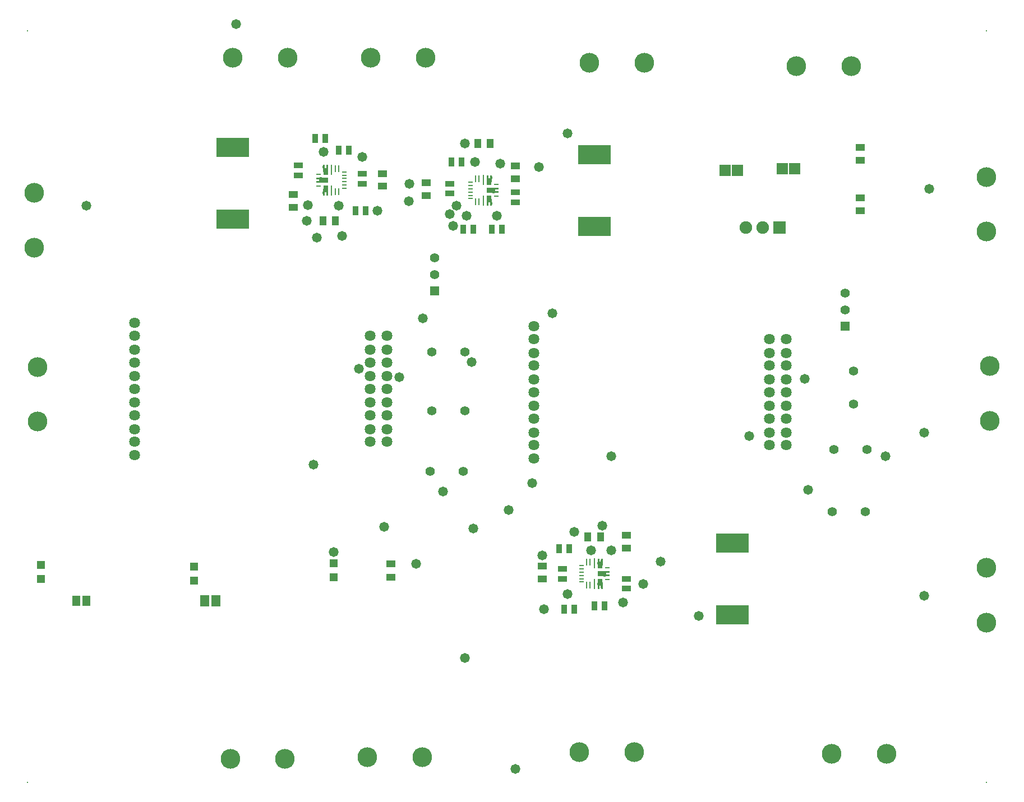
<source format=gts>
G04*
G04 #@! TF.GenerationSoftware,Altium Limited,Altium Designer,22.10.1 (41)*
G04*
G04 Layer_Color=8388736*
%FSLAX44Y44*%
%MOMM*%
G71*
G04*
G04 #@! TF.SameCoordinates,069A48A3-1EBA-4DE3-B07F-BDB1E3B34996*
G04*
G04*
G04 #@! TF.FilePolarity,Negative*
G04*
G01*
G75*
%ADD18R,1.4082X1.0065*%
%ADD21R,1.0065X1.4082*%
%ADD23R,1.2000X1.2000*%
%ADD24R,1.3500X1.0000*%
%ADD25R,0.9500X1.3500*%
%ADD26R,0.7000X0.2500*%
%ADD28R,0.2500X1.1000*%
%ADD29R,1.3500X0.9500*%
%ADD30R,0.2500X1.5000*%
%ADD32R,4.9500X2.9450*%
%ADD33R,1.4032X1.6532*%
%ADD34R,1.7032X1.7532*%
%ADD35R,1.2032X1.5532*%
%ADD36R,0.3302X0.3302*%
%ADD37R,0.3302X0.3302*%
%ADD38C,0.2032*%
%ADD39C,1.6270*%
%ADD40C,2.9782*%
%ADD41R,1.4000X1.4000*%
%ADD42C,1.4000*%
%ADD43C,1.4032*%
%ADD44R,1.9032X1.9032*%
%ADD45C,1.9032*%
%ADD46C,1.4732*%
G36*
X683171Y314619D02*
Y299619D01*
X685671D01*
Y304619D01*
X688173D01*
Y299619D01*
X690673D01*
Y309619D01*
X689672Y310619D01*
Y314619D01*
X683171D01*
D02*
G37*
G36*
X683170Y318869D02*
X700920D01*
Y321369D01*
X695920D01*
Y323870D01*
X700920D01*
Y326370D01*
X683170D01*
Y318869D01*
D02*
G37*
G36*
X683171Y330619D02*
Y345619D01*
X685671D01*
Y340619D01*
X688173D01*
Y345619D01*
X690673D01*
Y335619D01*
X689672Y334619D01*
Y330619D01*
X683171D01*
D02*
G37*
G36*
X515791Y893700D02*
Y878700D01*
X518291D01*
Y883700D01*
X520793D01*
Y878700D01*
X523293D01*
Y888700D01*
X522293Y889700D01*
Y893700D01*
X515791D01*
D02*
G37*
G36*
X275570Y909200D02*
Y894200D01*
X273070D01*
Y899200D01*
X270569D01*
Y894200D01*
X268069D01*
Y904200D01*
X269069Y905200D01*
Y909200D01*
X275570D01*
D02*
G37*
G36*
X275571Y920951D02*
X257821D01*
Y918451D01*
X262821D01*
Y915949D01*
X257821D01*
Y913449D01*
X275571D01*
Y920951D01*
D02*
G37*
G36*
X275570Y925200D02*
Y940200D01*
X273070D01*
Y935200D01*
X270569D01*
Y940200D01*
X268069D01*
Y930200D01*
X269069Y929200D01*
Y925200D01*
X275570D01*
D02*
G37*
G36*
X515790Y897949D02*
X533540D01*
Y900449D01*
X528540D01*
Y902951D01*
X533540D01*
Y905451D01*
X515790D01*
Y897949D01*
D02*
G37*
G36*
X515791Y909700D02*
Y924700D01*
X518291D01*
Y919700D01*
X520793D01*
Y924700D01*
X523293D01*
Y914700D01*
X522293Y913700D01*
Y909700D01*
X515791D01*
D02*
G37*
D18*
X558800Y938497D02*
D03*
X223520Y876300D02*
D03*
Y895317D02*
D03*
X1079500Y947420D02*
D03*
Y966437D02*
D03*
Y871220D02*
D03*
Y890238D02*
D03*
X599440Y333977D02*
D03*
X424180Y913097D02*
D03*
X358140Y908083D02*
D03*
Y927100D02*
D03*
X599440Y314960D02*
D03*
X726440Y361331D02*
D03*
Y380349D02*
D03*
X558800Y919480D02*
D03*
X424180Y894080D02*
D03*
D21*
X668020Y378460D02*
D03*
X687037D02*
D03*
X268003Y855980D02*
D03*
X520700Y972820D02*
D03*
X501683D02*
D03*
X287020Y855980D02*
D03*
D23*
X284480Y317500D02*
D03*
Y338500D02*
D03*
X-157480Y314620D02*
D03*
Y335620D02*
D03*
X73660Y312080D02*
D03*
Y333080D02*
D03*
D24*
X370840Y317660D02*
D03*
Y337660D02*
D03*
D25*
X480300Y843280D02*
D03*
X495300D02*
D03*
X292100Y962660D02*
D03*
X332500Y871220D02*
D03*
X462400Y944880D02*
D03*
X625080Y360680D02*
D03*
X647700Y269240D02*
D03*
X632700D02*
D03*
X640080Y360680D02*
D03*
X678180Y274320D02*
D03*
X693180D02*
D03*
X477400Y944880D02*
D03*
X523480Y843280D02*
D03*
X538480D02*
D03*
X317500Y871220D02*
D03*
X307100Y962660D02*
D03*
X256780Y980440D02*
D03*
X271780D02*
D03*
D26*
X300322Y914699D02*
D03*
X491040Y904201D02*
D03*
X658420Y325120D02*
D03*
X697420Y313616D02*
D03*
Y331622D02*
D03*
X658420Y335122D02*
D03*
Y330121D02*
D03*
Y320119D02*
D03*
Y315117D02*
D03*
Y310116D02*
D03*
X530040Y892697D02*
D03*
Y910703D02*
D03*
X491040Y914203D02*
D03*
Y909202D02*
D03*
Y899200D02*
D03*
Y894198D02*
D03*
Y889197D02*
D03*
X261321Y926203D02*
D03*
Y908197D02*
D03*
X300322Y904697D02*
D03*
Y909698D02*
D03*
Y919700D02*
D03*
Y924702D02*
D03*
Y929703D02*
D03*
D28*
X287323Y934700D02*
D03*
X292324D02*
D03*
X504039Y884200D02*
D03*
X499037D02*
D03*
X671419Y305119D02*
D03*
X666417D02*
D03*
X671419Y340119D02*
D03*
X666417D02*
D03*
X504039Y919200D02*
D03*
X499037D02*
D03*
X287323Y899700D02*
D03*
X292324D02*
D03*
D29*
X327660Y911980D02*
D03*
X459740Y911860D02*
D03*
X629920Y330080D02*
D03*
Y315080D02*
D03*
X726440Y314960D02*
D03*
Y299960D02*
D03*
X231140Y924560D02*
D03*
Y939560D02*
D03*
X459740Y896860D02*
D03*
X558800Y899040D02*
D03*
Y884040D02*
D03*
X327660Y926980D02*
D03*
D30*
X677920Y307120D02*
D03*
Y338119D02*
D03*
X510540Y886200D02*
D03*
Y917200D02*
D03*
X280821Y932700D02*
D03*
Y901700D02*
D03*
D32*
X886460Y260885D02*
D03*
Y369035D02*
D03*
X678180Y847625D02*
D03*
Y955775D02*
D03*
X132080Y966670D02*
D03*
Y858520D02*
D03*
D33*
X106680Y281940D02*
D03*
X89680D02*
D03*
D34*
X894080Y932180D02*
D03*
X875580D02*
D03*
X961940Y934720D02*
D03*
X980440D02*
D03*
D35*
X-104020Y281940D02*
D03*
X-89020D02*
D03*
D36*
X274320Y901700D02*
D03*
X269319Y897700D02*
D03*
Y936700D02*
D03*
X274320Y932700D02*
D03*
X517041Y917200D02*
D03*
X522043Y921200D02*
D03*
Y882200D02*
D03*
X517041Y886200D02*
D03*
X684421Y338119D02*
D03*
X689423Y342119D02*
D03*
Y303120D02*
D03*
X684421Y307120D02*
D03*
D37*
X693420Y320119D02*
D03*
Y325120D02*
D03*
X526040Y899200D02*
D03*
Y904201D02*
D03*
X265321Y919700D02*
D03*
Y914699D02*
D03*
D38*
X1270000Y1143000D02*
D03*
X-177800Y7620D02*
D03*
X1270000D02*
D03*
X-177800Y1143000D02*
D03*
D39*
X942340Y576100D02*
D03*
X967740D02*
D03*
X364486Y581027D02*
D03*
X339086D02*
D03*
X-16514Y701827D02*
D03*
Y501827D02*
D03*
Y681827D02*
D03*
Y521827D02*
D03*
Y541028D02*
D03*
Y561828D02*
D03*
Y581027D02*
D03*
Y601828D02*
D03*
Y621027D02*
D03*
Y641827D02*
D03*
Y661027D02*
D03*
X339086Y521827D02*
D03*
Y541028D02*
D03*
Y561828D02*
D03*
Y601828D02*
D03*
Y621027D02*
D03*
Y641827D02*
D03*
Y661027D02*
D03*
Y681827D02*
D03*
X364486Y521827D02*
D03*
Y541028D02*
D03*
Y561828D02*
D03*
Y601828D02*
D03*
Y621027D02*
D03*
Y641827D02*
D03*
Y661027D02*
D03*
Y681827D02*
D03*
X967740Y676900D02*
D03*
Y656100D02*
D03*
Y636900D02*
D03*
Y556900D02*
D03*
Y536100D02*
D03*
Y516900D02*
D03*
X942340Y676900D02*
D03*
Y656100D02*
D03*
Y636900D02*
D03*
Y616100D02*
D03*
Y556900D02*
D03*
Y536100D02*
D03*
Y516900D02*
D03*
X586740Y636900D02*
D03*
Y596900D02*
D03*
Y576100D02*
D03*
Y556900D02*
D03*
Y536100D02*
D03*
Y516900D02*
D03*
Y676900D02*
D03*
Y496900D02*
D03*
Y696900D02*
D03*
Y616100D02*
D03*
Y656100D02*
D03*
X942340Y596900D02*
D03*
X967740D02*
D03*
Y616100D02*
D03*
D40*
X1270000Y922020D02*
D03*
Y839520D02*
D03*
X737820Y53340D02*
D03*
X655320D02*
D03*
X1118820Y50800D02*
D03*
X1036320D02*
D03*
X214580Y1102360D02*
D03*
X132080D02*
D03*
X753060Y1094740D02*
D03*
X670560D02*
D03*
X128320Y43180D02*
D03*
X210820D02*
D03*
X335280Y45720D02*
D03*
X417780D02*
D03*
X340360Y1102360D02*
D03*
X422860D02*
D03*
X1275080Y636220D02*
D03*
Y553720D02*
D03*
X-167640Y897840D02*
D03*
Y815340D02*
D03*
X-162560Y635000D02*
D03*
Y552500D02*
D03*
X1065480Y1089660D02*
D03*
X982980D02*
D03*
X1270000Y331420D02*
D03*
Y248920D02*
D03*
D41*
X436710Y749700D02*
D03*
X1056470Y696360D02*
D03*
D42*
X436710Y774700D02*
D03*
Y799700D02*
D03*
X1056470Y721360D02*
D03*
Y746360D02*
D03*
D43*
X1089260Y510540D02*
D03*
X1039260D02*
D03*
X1087120Y416560D02*
D03*
X1037120D02*
D03*
X1069340Y579120D02*
D03*
Y629120D02*
D03*
X432200Y657860D02*
D03*
X482200D02*
D03*
X480060Y477520D02*
D03*
X430060D02*
D03*
X482200Y568960D02*
D03*
X432200D02*
D03*
D44*
X957580Y845820D02*
D03*
D45*
X932180D02*
D03*
X906780D02*
D03*
D46*
X614680Y716280D02*
D03*
X360680Y393700D02*
D03*
X495300Y391160D02*
D03*
X243840Y855980D02*
D03*
X594360Y937260D02*
D03*
X419100Y708660D02*
D03*
X492760Y642620D02*
D03*
X397889Y885796D02*
D03*
X383540Y619760D02*
D03*
X535940Y942340D02*
D03*
X497840Y944880D02*
D03*
X485140Y863600D02*
D03*
X469900Y878840D02*
D03*
X459740Y866140D02*
D03*
X464820Y848360D02*
D03*
X482600Y972820D02*
D03*
X245856Y879364D02*
D03*
X292100Y878840D02*
D03*
X530860Y863600D02*
D03*
X398780Y911860D02*
D03*
X350520Y871220D02*
D03*
X297180Y833120D02*
D03*
X259080Y830580D02*
D03*
X703580Y358140D02*
D03*
X673100D02*
D03*
X269240Y960120D02*
D03*
X327660Y952500D02*
D03*
X137160Y1153160D02*
D03*
X1183640Y904240D02*
D03*
X284480Y355600D02*
D03*
X449580Y447040D02*
D03*
X548640Y419100D02*
D03*
X995680Y617220D02*
D03*
X1000760Y449580D02*
D03*
X1117600Y500380D02*
D03*
X911860Y530860D02*
D03*
X703580Y500380D02*
D03*
X637540Y988060D02*
D03*
X482600Y195580D02*
D03*
X601726Y269240D02*
D03*
X599440Y350520D02*
D03*
X689610Y394970D02*
D03*
X647700Y386080D02*
D03*
X322580Y632460D02*
D03*
X408940Y337820D02*
D03*
X254000Y487680D02*
D03*
X-88900Y878840D02*
D03*
X584200Y459740D02*
D03*
X558800Y27940D02*
D03*
X1176020Y289560D02*
D03*
Y535940D02*
D03*
X778101Y341221D02*
D03*
X721360Y279400D02*
D03*
X751840Y307340D02*
D03*
X835660Y259080D02*
D03*
X637540Y292100D02*
D03*
M02*

</source>
